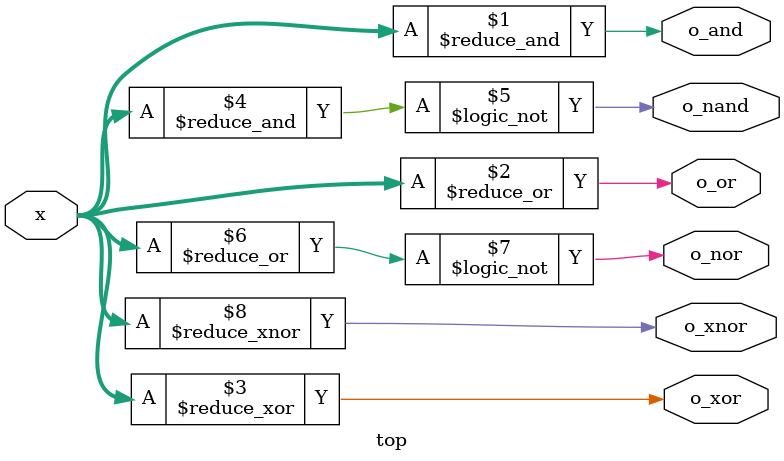
<source format=v>
module top
(
 input [7:0] x,

 output o_and,
 output o_or,
 output o_xor,
 output o_nand,
 output o_nor,
 output o_xnor
 );

`ifndef BUG
assign o_and =  &x;
assign o_or =  |x;
assign o_xor =  ^x;
assign o_nand =  ~&x;
assign o_nor =  ~|x;
assign o_xnor =  ~^x;
`else
assign o_and =  ~&x;
assign o_or =  &x;
assign o_xor =  ~^x;
assign o_nand =  &x;
assign o_nor =  ^x;
assign o_xnor =  ~&x;
`endif

endmodule

</source>
